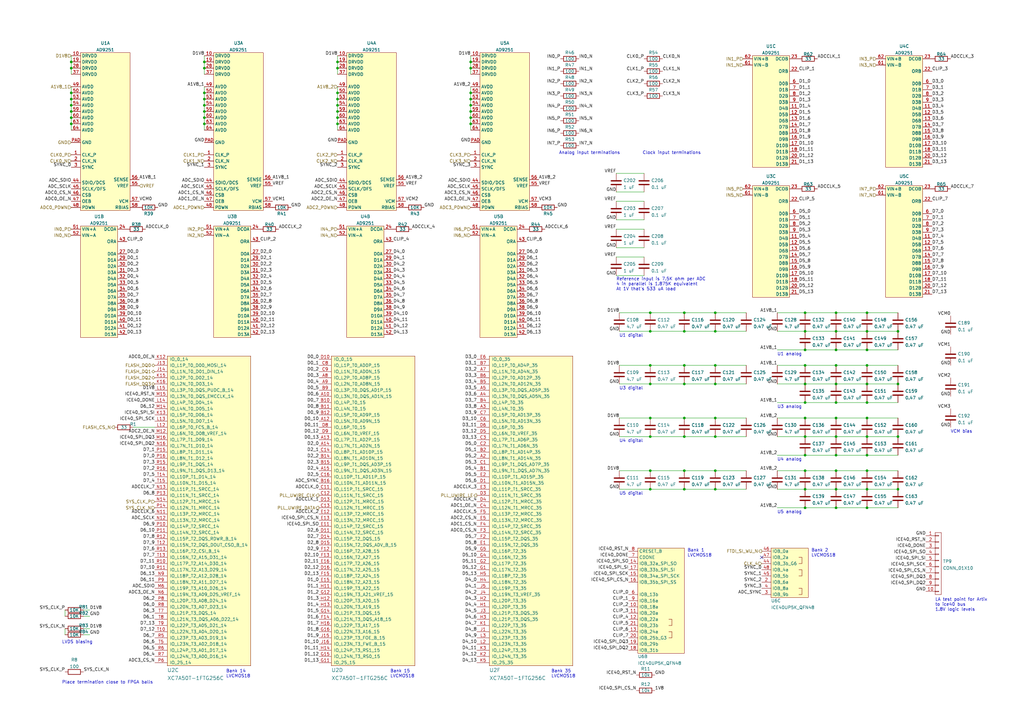
<source format=kicad_sch>
(kicad_sch (version 20211123) (generator eeschema)
  (paper "A3")
  (title_block (title "Digitizer board") (date "2023-01-31") (rev "0.1") (company "A. Zonenberg"))
  (junction (at 266.7 179.07))
  (junction (at 342.9 165.1))
  (junction (at 193.04 38.1))
  (junction (at 330.2 179.07))
  (junction (at 355.6 171.45))
  (junction (at 355.6 128.27))
  (junction (at 193.04 50.8))
  (junction (at 330.2 200.66))
  (junction (at 330.2 135.89))
  (junction (at 29.21 40.64))
  (junction (at 83.82 38.1))
  (junction (at 29.21 25.4))
  (junction (at 280.67 193.04))
  (junction (at 293.37 179.07))
  (junction (at 355.6 200.66))
  (junction (at 330.2 171.45))
  (junction (at 138.43 27.94))
  (junction (at 138.43 40.64))
  (junction (at 355.6 143.51))
  (junction (at 29.21 38.1))
  (junction (at 293.37 171.45))
  (junction (at 29.21 50.8))
  (junction (at 330.2 193.04))
  (junction (at 330.2 208.28))
  (junction (at 342.9 149.86))
  (junction (at 193.04 43.18))
  (junction (at 29.21 43.18))
  (junction (at 138.43 38.1))
  (junction (at 83.82 25.4))
  (junction (at 266.7 135.89))
  (junction (at 280.67 135.89))
  (junction (at 330.2 149.86))
  (junction (at 280.67 149.86))
  (junction (at 342.9 128.27))
  (junction (at 293.37 193.04))
  (junction (at 266.7 149.86))
  (junction (at 293.37 200.66))
  (junction (at 83.82 48.26))
  (junction (at 266.7 128.27))
  (junction (at 293.37 149.86))
  (junction (at 29.21 45.72))
  (junction (at 138.43 48.26))
  (junction (at 83.82 45.72))
  (junction (at 266.7 157.48))
  (junction (at 330.2 165.1))
  (junction (at 83.82 50.8))
  (junction (at 293.37 135.89))
  (junction (at 355.6 165.1))
  (junction (at 342.9 179.07))
  (junction (at 330.2 157.48))
  (junction (at 193.04 45.72))
  (junction (at 266.7 200.66))
  (junction (at 193.04 40.64))
  (junction (at 355.6 179.07))
  (junction (at 83.82 27.94))
  (junction (at 280.67 128.27))
  (junction (at 355.6 149.86))
  (junction (at 368.3 179.07))
  (junction (at 193.04 27.94))
  (junction (at 193.04 48.26))
  (junction (at 280.67 157.48))
  (junction (at 83.82 40.64))
  (junction (at 368.3 135.89))
  (junction (at 138.43 25.4))
  (junction (at 342.9 157.48))
  (junction (at 342.9 186.69))
  (junction (at 280.67 179.07))
  (junction (at 342.9 171.45))
  (junction (at 368.3 157.48))
  (junction (at 342.9 208.28))
  (junction (at 29.21 27.94))
  (junction (at 330.2 143.51))
  (junction (at 368.3 200.66))
  (junction (at 330.2 128.27))
  (junction (at 355.6 186.69))
  (junction (at 293.37 157.48))
  (junction (at 280.67 200.66))
  (junction (at 266.7 193.04))
  (junction (at 355.6 157.48))
  (junction (at 193.04 25.4))
  (junction (at 138.43 45.72))
  (junction (at 342.9 143.51))
  (junction (at 342.9 193.04))
  (junction (at 29.21 48.26))
  (junction (at 83.82 43.18))
  (junction (at 342.9 200.66))
  (junction (at 330.2 186.69))
  (junction (at 280.67 171.45))
  (junction (at 355.6 135.89))
  (junction (at 138.43 43.18))
  (junction (at 355.6 193.04))
  (junction (at 342.9 135.89))
  (junction (at 266.7 171.45))
  (junction (at 293.37 128.27))
  (junction (at 138.43 50.8))
  (junction (at 355.6 208.28))
  (no_connect (at 312.42 228.6))
  (wire (pts (xy 254 149.86) (xy 266.7 149.86)))
  (wire (pts (xy 355.6 193.04) (xy 368.3 193.04)))
  (wire (pts (xy 342.9 143.51) (xy 355.6 143.51)))
  (wire (pts (xy 342.9 186.69) (xy 355.6 186.69)))
  (wire (pts (xy 138.43 50.8) (xy 138.43 53.34)))
  (wire (pts (xy 330.2 165.1) (xy 342.9 165.1)))
  (wire (pts (xy 293.37 179.07) (xy 306.07 179.07)))
  (wire (pts (xy 29.21 40.64) (xy 29.21 43.18)))
  (wire (pts (xy 280.67 135.89) (xy 293.37 135.89)))
  (wire (pts (xy 252.73 78.74) (xy 264.16 78.74)))
  (wire (pts (xy 342.9 179.07) (xy 355.6 179.07)))
  (wire (pts (xy 138.43 22.86) (xy 138.43 25.4)))
  (wire (pts (xy 330.2 171.45) (xy 342.9 171.45)))
  (wire (pts (xy 34.29 260.35) (xy 36.83 260.35)))
  (wire (pts (xy 280.67 149.86) (xy 293.37 149.86)))
  (wire (pts (xy 193.04 45.72) (xy 193.04 48.26)))
  (wire (pts (xy 34.29 252.73) (xy 36.83 252.73)))
  (wire (pts (xy 254 200.66) (xy 266.7 200.66)))
  (wire (pts (xy 266.7 179.07) (xy 280.67 179.07)))
  (wire (pts (xy 266.7 135.89) (xy 280.67 135.89)))
  (wire (pts (xy 138.43 25.4) (xy 138.43 27.94)))
  (wire (pts (xy 83.82 45.72) (xy 83.82 48.26)))
  (wire (pts (xy 280.67 179.07) (xy 293.37 179.07)))
  (wire (pts (xy 318.77 179.07) (xy 330.2 179.07)))
  (wire (pts (xy 83.82 43.18) (xy 83.82 45.72)))
  (wire (pts (xy 280.67 193.04) (xy 293.37 193.04)))
  (wire (pts (xy 280.67 157.48) (xy 293.37 157.48)))
  (wire (pts (xy 29.21 27.94) (xy 29.21 30.48)))
  (wire (pts (xy 342.9 135.89) (xy 355.6 135.89)))
  (wire (pts (xy 138.43 43.18) (xy 138.43 45.72)))
  (wire (pts (xy 280.67 128.27) (xy 293.37 128.27)))
  (wire (pts (xy 318.77 208.28) (xy 330.2 208.28)))
  (wire (pts (xy 342.9 157.48) (xy 355.6 157.48)))
  (wire (pts (xy 293.37 193.04) (xy 306.07 193.04)))
  (wire (pts (xy 266.7 200.66) (xy 280.67 200.66)))
  (wire (pts (xy 254 171.45) (xy 266.7 171.45)))
  (wire (pts (xy 330.2 157.48) (xy 342.9 157.48)))
  (wire (pts (xy 83.82 27.94) (xy 83.82 30.48)))
  (wire (pts (xy 83.82 38.1) (xy 83.82 40.64)))
  (wire (pts (xy 293.37 135.89) (xy 306.07 135.89)))
  (wire (pts (xy 193.04 48.26) (xy 193.04 50.8)))
  (wire (pts (xy 318.77 157.48) (xy 330.2 157.48)))
  (wire (pts (xy 29.21 43.18) (xy 29.21 45.72)))
  (wire (pts (xy 318.77 193.04) (xy 330.2 193.04)))
  (wire (pts (xy 254 135.89) (xy 266.7 135.89)))
  (wire (pts (xy 254 157.48) (xy 266.7 157.48)))
  (wire (pts (xy 330.2 128.27) (xy 342.9 128.27)))
  (wire (pts (xy 252.73 113.03) (xy 264.16 113.03)))
  (wire (pts (xy 83.82 40.64) (xy 83.82 43.18)))
  (wire (pts (xy 252.73 105.41) (xy 264.16 105.41)))
  (wire (pts (xy 293.37 200.66) (xy 306.07 200.66)))
  (wire (pts (xy 355.6 157.48) (xy 368.3 157.48)))
  (wire (pts (xy 252.73 71.12) (xy 264.16 71.12)))
  (wire (pts (xy 138.43 40.64) (xy 138.43 43.18)))
  (wire (pts (xy 318.77 128.27) (xy 330.2 128.27)))
  (wire (pts (xy 266.7 171.45) (xy 280.67 171.45)))
  (wire (pts (xy 83.82 25.4) (xy 83.82 27.94)))
  (wire (pts (xy 355.6 149.86) (xy 368.3 149.86)))
  (wire (pts (xy 342.9 149.86) (xy 355.6 149.86)))
  (wire (pts (xy 193.04 40.64) (xy 193.04 43.18)))
  (wire (pts (xy 138.43 48.26) (xy 138.43 50.8)))
  (wire (pts (xy 330.2 200.66) (xy 342.9 200.66)))
  (wire (pts (xy 193.04 43.18) (xy 193.04 45.72)))
  (wire (pts (xy 355.6 186.69) (xy 368.3 186.69)))
  (wire (pts (xy 342.9 165.1) (xy 355.6 165.1)))
  (wire (pts (xy 29.21 38.1) (xy 29.21 40.64)))
  (wire (pts (xy 330.2 135.89) (xy 342.9 135.89)))
  (wire (pts (xy 254 128.27) (xy 266.7 128.27)))
  (wire (pts (xy 29.21 22.86) (xy 29.21 25.4)))
  (wire (pts (xy 330.2 179.07) (xy 342.9 179.07)))
  (wire (pts (xy 355.6 128.27) (xy 368.3 128.27)))
  (wire (pts (xy 138.43 38.1) (xy 138.43 40.64)))
  (wire (pts (xy 252.73 101.6) (xy 264.16 101.6)))
  (wire (pts (xy 29.21 35.56) (xy 29.21 38.1)))
  (wire (pts (xy 342.9 193.04) (xy 355.6 193.04)))
  (wire (pts (xy 29.21 25.4) (xy 29.21 27.94)))
  (wire (pts (xy 29.21 48.26) (xy 29.21 50.8)))
  (wire (pts (xy 193.04 27.94) (xy 193.04 30.48)))
  (wire (pts (xy 34.29 257.81) (xy 36.83 257.81)))
  (wire (pts (xy 83.82 50.8) (xy 83.82 53.34)))
  (wire (pts (xy 318.77 149.86) (xy 330.2 149.86)))
  (wire (pts (xy 318.77 165.1) (xy 330.2 165.1)))
  (wire (pts (xy 318.77 186.69) (xy 330.2 186.69)))
  (wire (pts (xy 342.9 128.27) (xy 355.6 128.27)))
  (wire (pts (xy 355.6 143.51) (xy 368.3 143.51)))
  (wire (pts (xy 193.04 38.1) (xy 193.04 40.64)))
  (wire (pts (xy 318.77 135.89) (xy 330.2 135.89)))
  (wire (pts (xy 355.6 135.89) (xy 368.3 135.89)))
  (wire (pts (xy 293.37 171.45) (xy 306.07 171.45)))
  (wire (pts (xy 252.73 82.55) (xy 264.16 82.55)))
  (wire (pts (xy 266.7 157.48) (xy 280.67 157.48)))
  (wire (pts (xy 138.43 27.94) (xy 138.43 30.48)))
  (wire (pts (xy 280.67 200.66) (xy 293.37 200.66)))
  (wire (pts (xy 54.61 175.26) (xy 63.5 175.26)))
  (wire (pts (xy 293.37 128.27) (xy 306.07 128.27)))
  (wire (pts (xy 330.2 208.28) (xy 342.9 208.28)))
  (wire (pts (xy 293.37 149.86) (xy 306.07 149.86)))
  (wire (pts (xy 254 193.04) (xy 266.7 193.04)))
  (wire (pts (xy 318.77 200.66) (xy 330.2 200.66)))
  (wire (pts (xy 355.6 171.45) (xy 368.3 171.45)))
  (wire (pts (xy 252.73 90.17) (xy 264.16 90.17)))
  (wire (pts (xy 293.37 157.48) (xy 306.07 157.48)))
  (wire (pts (xy 193.04 50.8) (xy 193.04 53.34)))
  (wire (pts (xy 355.6 179.07) (xy 368.3 179.07)))
  (wire (pts (xy 29.21 50.8) (xy 29.21 53.34)))
  (wire (pts (xy 342.9 208.28) (xy 355.6 208.28)))
  (wire (pts (xy 252.73 93.98) (xy 264.16 93.98)))
  (wire (pts (xy 266.7 149.86) (xy 280.67 149.86)))
  (wire (pts (xy 266.7 128.27) (xy 280.67 128.27)))
  (wire (pts (xy 138.43 35.56) (xy 138.43 38.1)))
  (wire (pts (xy 193.04 25.4) (xy 193.04 27.94)))
  (wire (pts (xy 26.67 250.19) (xy 26.67 252.73)))
  (wire (pts (xy 330.2 149.86) (xy 342.9 149.86)))
  (wire (pts (xy 34.29 250.19) (xy 36.83 250.19)))
  (wire (pts (xy 280.67 171.45) (xy 293.37 171.45)))
  (wire (pts (xy 193.04 35.56) (xy 193.04 38.1)))
  (wire (pts (xy 83.82 48.26) (xy 83.82 50.8)))
  (wire (pts (xy 355.6 208.28) (xy 368.3 208.28)))
  (wire (pts (xy 138.43 45.72) (xy 138.43 48.26)))
  (wire (pts (xy 355.6 165.1) (xy 368.3 165.1)))
  (wire (pts (xy 330.2 143.51) (xy 342.9 143.51)))
  (wire (pts (xy 26.67 257.81) (xy 26.67 260.35)))
  (wire (pts (xy 355.6 200.66) (xy 368.3 200.66)))
  (wire (pts (xy 342.9 171.45) (xy 355.6 171.45)))
  (wire (pts (xy 318.77 171.45) (xy 330.2 171.45)))
  (wire (pts (xy 330.2 186.69) (xy 342.9 186.69)))
  (wire (pts (xy 330.2 193.04) (xy 342.9 193.04)))
  (wire (pts (xy 83.82 35.56) (xy 83.82 38.1)))
  (wire (pts (xy 29.21 45.72) (xy 29.21 48.26)))
  (wire (pts (xy 83.82 22.86) (xy 83.82 25.4)))
  (wire (pts (xy 254 179.07) (xy 266.7 179.07)))
  (wire (pts (xy 193.04 22.86) (xy 193.04 25.4)))
  (wire (pts (xy 266.7 193.04) (xy 280.67 193.04)))
  (wire (pts (xy 342.9 200.66) (xy 355.6 200.66)))
  (wire (pts (xy 318.77 143.51) (xy 330.2 143.51)))
  (text "Bank 35\nLVCMOS18" (at 226.06 278.13 0) (effects (font (size 1.27 1.27)) (justify left bottom)))
  (text "U5 analog" (at 318.77 210.82 0) (effects (font (size 1.27 1.27)) (justify left bottom)))
  (text "Bank 15\nLVCMOS18" (at 160.02 278.13 0) (effects (font (size 1.27 1.27)) (justify left bottom)))
  (text "LVDS biasing" (at 25.4 264.16 0) (effects (font (size 1.27 1.27)) (justify left bottom)))
  (text "Bank 2\nLVCMOS18" (at 332.74 228.6 0) (effects (font (size 1.27 1.27)) (justify left bottom)))
  (text "Bank 14\nLVCMOS18" (at 92.71 278.13 0) (effects (font (size 1.27 1.27)) (justify left bottom)))
  (text "U4 analog" (at 318.77 189.23 0) (effects (font (size 1.27 1.27)) (justify left bottom)))
  (text "U4 digital" (at 254 181.61 0) (effects (font (size 1.27 1.27)) (justify left bottom)))
  (text "Analog input terminations" (at 229.235 63.5 0) (effects (font (size 1.27 1.27)) (justify left bottom)))
  (text "Clock input terminations" (at 263.525 63.5 0) (effects (font (size 1.27 1.27)) (justify left bottom)))
  (text "Bank 1\nLVCMOS18" (at 281.94 228.6 0) (effects (font (size 1.27 1.27)) (justify left bottom)))
  (text "Place termination close to FPGA balls" (at 25.4 280.67 0) (effects (font (size 1.27 1.27)) (justify left bottom)))
  (text "VCM bias" (at 389.89 177.8 0) (effects (font (size 1.27 1.27)) (justify left bottom)))
  (text "U3 analog" (at 318.77 167.64 0) (effects (font (size 1.27 1.27)) (justify left bottom)))
  (text "Reference input is 7.5K ohm per ADC\n4 in parallel is 1.875K equivalent\nAt 1V that's 533 uA load" (at 252.73 119.38 0) (effects (font (size 1.27 1.27)) (justify left bottom)))
  (text "LA test point for Artix\nto ice40 bus\n1.8V logic levels" (at 383.54 250.825 0) (effects (font (size 1.27 1.27)) (justify left bottom)))
  (text "U1 digital" (at 254 138.43 0) (effects (font (size 1.27 1.27)) (justify left bottom)))
  (text "U3 digital" (at 254 160.02 0) (effects (font (size 1.27 1.27)) (justify left bottom)))
  (text "U5 digital" (at 254 203.2 0) (effects (font (size 1.27 1.27)) (justify left bottom)))
  (text "U1 analog" (at 318.77 146.05 0) (effects (font (size 1.27 1.27)) (justify left bottom)))
  (label "CLK2_P" (at 264.16 34.29 180))
  (label "GND" (at 254 135.89 180))
  (label "D2_0" (at 130.81 182.88 180))
  (label "ICE40_DONE" (at 379.73 224.79 180))
  (label "ADC0_CS_N" (at 195.58 218.44 180))
  (label "ADCCLK_6" (at 63.5 210.82 180))
  (label "A1V8_2" (at 220.98 73.66 0))
  (label "SYNC_0" (at 312.42 233.68 180))
  (label "D3_11" (at 382.27 62.23 0))
  (label "ADCCLK_0" (at 59.69 93.98 0))
  (label "CLIP_1" (at 257.81 246.38 180))
  (label "D5_4" (at 327.66 97.79 0))
  (label "D1_3" (at 130.81 246.38 180))
  (label "GND" (at 228.6 85.09 0))
  (label "D6_9" (at 215.9 127 0))
  (label "GND" (at 318.77 179.07 180))
  (label "D2_5" (at 130.81 195.58 180))
  (label "GND" (at 138.43 58.42 180))
  (label "GND" (at 389.89 175.26 180))
  (label "D7_9" (at 382.27 110.49 0))
  (label "D3_10" (at 195.58 172.72 180))
  (label "VCM3" (at 220.98 82.55 0))
  (label "CLIP_3" (at 257.81 251.46 180))
  (label "D2_8" (at 130.81 223.52 180))
  (label "GND" (at 193.04 58.42 180))
  (label "D0_5" (at 52.07 116.84 0))
  (label "D0_2" (at 130.81 152.4 180))
  (label "ICE40_SPI_SCK" (at 379.73 232.41 180))
  (label "D5_1" (at 195.58 185.42 180))
  (label "D2_6" (at 130.81 218.44 180))
  (label "ADC1_CS_N" (at 195.58 215.9 180))
  (label "D4_9" (at 195.58 261.62 180))
  (label "IN0_N" (at 237.49 24.13 0))
  (label "D0_6" (at 130.81 162.56 180))
  (label "D6_1" (at 63.5 254 180))
  (label "D1_4" (at 130.81 248.92 180))
  (label "VCM3" (at 389.89 167.64 180))
  (label "D6_5" (at 215.9 116.84 0))
  (label "D5_3" (at 327.66 95.25 0))
  (label "CLIP_3" (at 382.27 29.21 0))
  (label "D0_8" (at 130.81 167.64 180))
  (label "ADC0_OE_N" (at 63.5 147.32 180))
  (label "D7_6" (at 382.27 102.87 0))
  (label "SYNC_0" (at 29.21 68.58 180))
  (label "D4_2" (at 161.29 109.22 0))
  (label "ICE40_SPI_DQ3" (at 379.73 237.49 180))
  (label "CLIP_7" (at 382.27 82.55 0))
  (label "GND" (at 389.89 149.86 180))
  (label "D5_5" (at 327.66 100.33 0))
  (label "D0_4" (at 52.07 114.3 0))
  (label "D7_10" (at 63.5 233.68 180))
  (label "D3_2" (at 195.58 152.4 180))
  (label "A1V8_2" (at 166.37 73.66 0))
  (label "D0_9" (at 130.81 170.18 180))
  (label "D0_10" (at 52.07 129.54 0))
  (label "ADC_SCLK" (at 83.82 77.47 180))
  (label "D0_13" (at 130.81 180.34 180))
  (label "GND" (at 36.83 252.73 0))
  (label "D1_0" (at 130.81 238.76 180))
  (label "VREF" (at 252.73 105.41 180))
  (label "VCM1" (at 389.89 142.24 180))
  (label "D3_1" (at 382.27 36.83 0))
  (label "SYS_CLK_P" (at 26.67 250.19 180))
  (label "D2_9" (at 106.68 127 0))
  (label "D2_12" (at 130.81 233.68 180))
  (label "D2_6" (at 106.68 119.38 0))
  (label "D0_11" (at 52.07 132.08 0))
  (label "ADC2_OE_N" (at 138.43 82.55 180))
  (label "CLIP_1" (at 327.66 29.21 0))
  (label "D6_6" (at 215.9 119.38 0))
  (label "1V8" (at 268.605 283.21 0))
  (label "ADC0_OE_N" (at 29.21 82.55 180))
  (label "D0_6" (at 52.07 119.38 0))
  (label "ADCCLK_2" (at 130.81 210.82 180))
  (label "D6_2" (at 215.9 109.22 0))
  (label "A1V8_1" (at 318.77 128.27 180))
  (label "D3_7" (at 195.58 165.1 180))
  (label "D7_2" (at 382.27 92.71 0))
  (label "GND" (at 252.73 78.74 180))
  (label "D0_7" (at 130.81 165.1 180))
  (label "SYS_CLK_N" (at 34.29 275.59 0))
  (label "D2_2" (at 130.81 187.96 180))
  (label "ADCCLK_0" (at 130.81 200.66 180))
  (label "GND" (at 254 200.66 180))
  (label "D4_9" (at 161.29 127 0))
  (label "D5_11" (at 195.58 231.14 180))
  (label "GND" (at 379.73 242.57 180))
  (label "D4_5" (at 161.29 116.84 0))
  (label "D6_11" (at 215.9 132.08 0))
  (label "SYNC_1" (at 312.42 236.22 180))
  (label "CLK0_N" (at 271.78 24.13 0))
  (label "D3_5" (at 195.58 160.02 180))
  (label "D5_13" (at 327.66 120.65 0))
  (label "VCM0" (at 57.15 82.55 0))
  (label "D1_1" (at 327.66 36.83 0))
  (label "ICE40_SPI_DQ3" (at 257.81 264.16 180))
  (label "D5_9" (at 195.58 226.06 180))
  (label "D2_1" (at 106.68 106.68 0))
  (label "D4_7" (at 161.29 121.92 0))
  (label "VREF" (at 111.76 76.2 0))
  (label "IN3_N" (at 237.49 39.37 0))
  (label "D1_4" (at 327.66 44.45 0))
  (label "ICE40_SPI_SO" (at 379.73 227.33 180))
  (label "GND" (at 83.82 58.42 180))
  (label "D7_3" (at 382.27 95.25 0))
  (label "D0_11" (at 130.81 175.26 180))
  (label "D7_8" (at 382.27 107.95 0))
  (label "D7_7" (at 63.5 228.6 180))
  (label "A1V8_1" (at 318.77 149.86 180))
  (label "D2_4" (at 130.81 193.04 180))
  (label "D4_3" (at 195.58 246.38 180))
  (label "D0_9" (at 52.07 127 0))
  (label "D1_8" (at 130.81 259.08 180))
  (label "A1V8_2" (at 318.77 171.45 180))
  (label "D7_5" (at 63.5 195.58 180))
  (label "GND" (at 318.77 200.66 180))
  (label "IN2_N" (at 237.49 34.29 0))
  (label "A1V8_2" (at 193.04 35.56 180))
  (label "VREF" (at 252.73 93.98 180))
  (label "D4_5" (at 195.58 251.46 180))
  (label "D0_1" (at 130.81 149.86 180))
  (label "D0_7" (at 52.07 121.92 0))
  (label "ICE40_SPI_SI" (at 379.73 229.87 180))
  (label "GND" (at 389.89 162.56 180))
  (label "D1_1" (at 130.81 241.3 180))
  (label "D1_2" (at 327.66 39.37 0))
  (label "D2_10" (at 130.81 228.6 180))
  (label "ADC0_CS_N" (at 29.21 80.01 180))
  (label "D6_9" (at 63.5 215.9 180))
  (label "D4_3" (at 161.29 111.76 0))
  (label "D2_10" (at 106.68 129.54 0))
  (label "D4_12" (at 195.58 269.24 180))
  (label "D6_4" (at 215.9 114.3 0))
  (label "D4_8" (at 195.58 259.08 180))
  (label "A1V8_1" (at 318.77 165.1 180))
  (label "GND" (at 252.73 101.6 180))
  (label "ICE40_SPI_CS_N" (at 379.73 234.95 180))
  (label "D7_4" (at 63.5 198.12 180))
  (label "D1V8" (at 193.04 22.86 180))
  (label "D6_3" (at 215.9 111.76 0))
  (label "D6_4" (at 63.5 269.24 180))
  (label "IN1_P" (at 229.87 29.21 180))
  (label "D1_6" (at 130.81 254 180))
  (label "D5_6" (at 327.66 102.87 0))
  (label "CLK0_P" (at 264.16 24.13 180))
  (label "D0_0" (at 130.81 147.32 180))
  (label "ICE40_SPI_SO" (at 130.81 215.9 180))
  (label "CLIP_5" (at 327.66 82.55 0))
  (label "ADC_SDIO" (at 29.21 74.93 180))
  (label "D6_13" (at 215.9 137.16 0))
  (label "ADC2_OE_N" (at 63.5 177.8 180))
  (label "D7_0" (at 63.5 187.96 180))
  (label "D3_8" (at 195.58 167.64 180))
  (label "D7_10" (at 382.27 113.03 0))
  (label "D7_5" (at 382.27 100.33 0))
  (label "D7_11" (at 382.27 115.57 0))
  (label "D1_12" (at 327.66 64.77 0))
  (label "ADC_SCLK" (at 29.21 77.47 180))
  (label "IN2_P" (at 229.87 34.29 180))
  (label "D5_3" (at 195.58 190.5 180))
  (label "D3_6" (at 382.27 49.53 0))
  (label "D4_1" (at 161.29 106.68 0))
  (label "CLIP_7" (at 257.81 261.62 180))
  (label "D6_2" (at 63.5 246.38 180))
  (label "D4_8" (at 161.29 124.46 0))
  (label "D2_11" (at 106.68 132.08 0))
  (label "ICE40_RST_N" (at 260.985 276.86 180))
  (label "D3_0" (at 382.27 34.29 0))
  (label "ADCCLK_7" (at 389.89 77.47 0))
  (label "A1V8_1" (at 83.82 35.56 180))
  (label "D3_7" (at 382.27 52.07 0))
  (label "SYS_CLK_P" (at 26.67 275.59 180))
  (label "D2_3" (at 106.68 111.76 0))
  (label "ICE40_SPI_SI" (at 63.5 170.18 180))
  (label "ADC_SDIO" (at 63.5 241.3 180))
  (label "D5_4" (at 195.58 193.04 180))
  (label "D6_0" (at 63.5 248.92 180))
  (label "D7_0" (at 382.27 87.63 0))
  (label "D4_13" (at 195.58 271.78 180))
  (label "D2_1" (at 130.81 185.42 180))
  (label "ADC3_CS_N" (at 63.5 271.78 180))
  (label "D1V8" (at 63.5 160.02 180))
  (label "D4_13" (at 161.29 137.16 0))
  (label "D1V8" (at 254 193.04 180))
  (label "D7_3" (at 63.5 190.5 180))
  (label "D3_11" (at 195.58 175.26 180))
  (label "D0_13" (at 52.07 137.16 0))
  (label "D2_8" (at 106.68 124.46 0))
  (label "D7_6" (at 63.5 226.06 180))
  (label "VREF" (at 166.37 76.2 0))
  (label "CLIP_4" (at 257.81 254 180))
  (label "VCM0" (at 389.89 129.54 180))
  (label "D3_4" (at 382.27 44.45 0))
  (label "ICE40_SPI_SI" (at 257.81 233.68 180))
  (label "D0_8" (at 52.07 124.46 0))
  (label "ADC_SDIO" (at 83.82 74.93 180))
  (label "CLK2_N" (at 271.78 34.29 0))
  (label "D6_7" (at 63.5 261.62 180))
  (label "D3_2" (at 382.27 39.37 0))
  (label "D3_9" (at 382.27 57.15 0))
  (label "D1_5" (at 327.66 46.99 0))
  (label "D6_6" (at 63.5 264.16 180))
  (label "D1_12" (at 130.81 269.24 180))
  (label "CLIP_0" (at 257.81 243.84 180))
  (label "D6_1" (at 215.9 106.68 0))
  (label "VREF" (at 252.73 82.55 180))
  (label "D1V8" (at 36.83 257.81 0))
  (label "D4_0" (at 161.29 104.14 0))
  (label "SYNC_3" (at 193.04 68.58 180))
  (label "D2_0" (at 106.68 104.14 0))
  (label "D3_8" (at 382.27 54.61 0))
  (label "D7_8" (at 63.5 220.98 180))
  (label "ADCCLK_3" (at 389.89 24.13 0))
  (label "D1V8" (at 254 149.86 180))
  (label "D3_9" (at 195.58 170.18 180))
  (label "D4_4" (at 195.58 248.92 180))
  (label "D0_10" (at 130.81 172.72 180))
  (label "D2_2" (at 106.68 109.22 0))
  (label "D3_13" (at 195.58 180.34 180))
  (label "D4_12" (at 161.29 134.62 0))
  (label "D4_10" (at 195.58 264.16 180))
  (label "A1V8_1" (at 111.76 73.66 0))
  (label "D1V8" (at 254 128.27 180))
  (label "D4_2" (at 195.58 243.84 180))
  (label "ADCCLK_4" (at 168.91 93.98 0))
  (label "VCM2" (at 166.37 82.55 0))
  (label "D5_2" (at 195.58 187.96 180))
  (label "D3_1" (at 195.58 149.86 180))
  (label "D2_13" (at 130.81 236.22 180))
  (label "D1_9" (at 327.66 57.15 0))
  (label "D6_10" (at 215.9 129.54 0))
  (label "D7_13" (at 382.27 120.65 0))
  (label "D4_7" (at 195.58 256.54 180))
  (label "D7_12" (at 382.27 118.11 0))
  (label "D1_13" (at 327.66 67.31 0))
  (label "IN7_N" (at 237.49 59.69 0))
  (label "D5_10" (at 327.66 113.03 0))
  (label "ICE40_SPI_SO" (at 257.81 231.14 180))
  (label "ICE40_SPI_DQ2" (at 257.81 266.7 180))
  (label "D1V8" (at 138.43 22.86 180))
  (label "ADCCLK_5" (at 335.28 77.47 0))
  (label "A1V8_2" (at 318.77 193.04 180))
  (label "D6_0" (at 215.9 104.14 0))
  (label "D6_12" (at 215.9 134.62 0))
  (label "ADCCLK_6" (at 223.52 93.98 0))
  (label "D4_1" (at 195.58 241.3 180))
  (label "D1V8" (at 36.83 250.19 0))
  (label "D0_5" (at 130.81 160.02 180))
  (label "ICE40_DONE" (at 257.81 228.6 180))
  (label "ADC_SDIO" (at 193.04 74.93 180))
  (label "D4_6" (at 161.29 119.38 0))
  (label "D4_11" (at 161.29 132.08 0))
  (label "D6_7" (at 215.9 121.92 0))
  (label "ADCCLK_1" (at 335.28 24.13 0))
  (label "D2_11" (at 130.81 231.14 180))
  (label "D5_11" (at 327.66 115.57 0))
  (label "D2_9" (at 130.81 226.06 180))
  (label "ADC3_OE_N" (at 63.5 243.84 180))
  (label "D1_11" (at 327.66 62.23 0))
  (label "ICE40_SPI_CS_N" (at 130.81 213.36 180))
  (label "D2_5" (at 106.68 116.84 0))
  (label "CLIP_5" (at 257.81 256.54 180))
  (label "D0_3" (at 130.81 154.94 180))
  (label "ADC2_CS_N" (at 138.43 80.01 180))
  (label "D5_0" (at 195.58 182.88 180))
  (label "CLIP_2" (at 257.81 248.92 180))
  (label "GND" (at 252.73 113.03 180))
  (label "D0_12" (at 52.07 134.62 0))
  (label "D2_4" (at 106.68 114.3 0))
  (label "ADCCLK_7" (at 63.5 200.66 180))
  (label "ICE40_RST_N" (at 63.5 162.56 180))
  (label "VCM1" (at 111.76 82.55 0))
  (label "D6_5" (at 63.5 266.7 180))
  (label "GND" (at 254 157.48 180))
  (label "D6_12" (at 63.5 167.64 180))
  (label "D3_5" (at 382.27 46.99 0))
  (label "D2_13" (at 106.68 137.16 0))
  (label "ADCCLK_4" (at 195.58 205.74 180))
  (label "D0_12" (at 130.81 177.8 180))
  (label "CLIP_2" (at 106.68 99.06 0))
  (label "ADCCLK_2" (at 114.3 93.98 0))
  (label "D0_0" (at 52.07 104.14 0))
  (label "D1_13" (at 130.81 271.78 180))
  (label "ADCCLK_5" (at 195.58 210.82 180))
  (label "CLK1_P" (at 264.16 29.21 180))
  (label "D3_3" (at 195.58 154.94 180))
  (label "D3_6" (at 195.58 162.56 180))
  (label "GND" (at 254 179.07 180))
  (label "D1_11" (at 130.81 266.7 180))
  (label "IN1_N" (at 237.49 29.21 0))
  (label "D1_9" (at 130.81 261.62 180))
  (label "D2_12" (at 106.68 134.62 0))
  (label "D4_11" (at 195.58 266.7 180))
  (label "D3_13" (at 382.27 67.31 0))
  (label "D4_0" (at 195.58 238.76 180))
  (label "ADC_SCLK" (at 193.04 77.47 180))
  (label "D2_7" (at 130.81 220.98 180))
  (label "ICE40_SPI_DQ2" (at 63.5 182.88 180))
  (label "D3_10" (at 382.27 59.69 0))
  (label "D7_2" (at 63.5 193.04 180))
  (label "GND" (at 389.89 137.16 180))
  (label "GND" (at 119.38 85.09 0))
  (label "D1_0" (at 327.66 34.29 0))
  (label "IN5_N" (at 237.49 49.53 0))
  (label "A1V8_2" (at 318.77 186.69 180))
  (label "D5_12" (at 195.58 233.68 180))
  (label "D4_10" (at 161.29 129.54 0))
  (label "CLK1_N" (at 271.78 29.21 0))
  (label "D7_1" (at 63.5 185.42 180))
  (label "A1V8_2" (at 318.77 208.28 180))
  (label "D1_3" (at 327.66 41.91 0))
  (label "D3_4" (at 195.58 157.48 180))
  (label "ADC3_OE_N" (at 193.04 82.55 180))
  (label "A1V8_1" (at 57.15 73.66 0))
  (label "D4_4" (at 161.29 114.3 0))
  (label "D6_10" (at 63.5 218.44 180))
  (label "D5_7" (at 195.58 220.98 180))
  (label "ADC_SDIO" (at 138.43 74.93 180))
  (label "SYNC_1" (at 83.82 68.58 180))
  (label "CLIP_0" (at 52.07 99.06 0))
  (label "ADC_SYNC" (at 312.42 243.84 180))
  (label "D1_7" (at 327.66 52.07 0))
  (label "D1_8" (at 327.66 54.61 0))
  (label "ADC_SCLK" (at 63.5 213.36 180))
  (label "D1_10" (at 327.66 59.69 0))
  (label "D5_7" (at 327.66 105.41 0))
  (label "ICE40_SPI_SCK" (at 257.81 236.22 180))
  (label "D7_7" (at 382.27 105.41 0))
  (label "D1_6" (at 327.66 49.53 0))
  (label "CLK3_N" (at 271.78 39.37 0))
  (label "IN4_P" (at 229.87 44.45 180))
  (label "ADC2_CS_N" (at 195.58 213.36 180))
  (label "ICE40_SPI_CS_N" (at 257.81 238.76 180))
  (label "D5_2" (at 327.66 92.71 0))
  (label "GND" (at 268.605 276.86 0))
  (label "GND" (at 36.83 260.35 0))
  (label "D5_6" (at 195.58 198.12 180))
  (label "D5_0" (at 327.66 87.63 0))
  (label "D5_8" (at 327.66 107.95 0))
  (label "D2_3" (at 130.81 190.5 180))
  (label "D5_10" (at 195.58 228.6 180))
  (label "D5_1" (at 327.66 90.17 0))
  (label "D5_12" (at 327.66 118.11 0))
  (label "VREF" (at 252.73 71.12 180))
  (label "D1_7" (at 130.81 256.54 180))
  (label "D6_11" (at 63.5 238.76 180))
  (label "GND" (at 379.73 219.71 180))
  (label "D5_8" (at 195.58 223.52 180))
  (label "ADC_SCLK" (at 138.43 77.47 180))
  (label "D7_12" (at 63.5 259.08 180))
  (label "ICE40_SPI_SCK" (at 63.5 172.72 180))
  (label "CLIP_4" (at 161.29 99.06 0))
  (label "ICE40_RST_N" (at 257.81 226.06 180))
  (label "CLIP_6" (at 257.81 259.08 180))
  (label "D0_4" (at 130.81 157.48 180))
  (label "D6_8" (at 215.9 124.46 0))
  (label "D7_1" (at 382.27 90.17 0))
  (label "D0_1" (at 52.07 106.68 0))
  (label "D1_5" (at 130.81 251.46 180))
  (label "GND" (at 318.77 157.48 180))
  (label "D1V8" (at 83.82 22.86 180))
  (label "D7_11" (at 63.5 231.14 180))
  (label "ADC1_OE_N" (at 195.58 208.28 180))
  (label "D3_12" (at 195.58 177.8 180))
  (label "D2_7" (at 106.68 121.92 0))
  (label "D3_0" (at 195.58 147.32 180))
  (label "D6_13" (at 63.5 236.22 180))
  (label "D7_13" (at 63.5 256.54 180))
  (label "D1_2" (at 130.81 243.84 180))
  (label "A1V8_1" (at 318.77 143.51 180))
  (label "IN5_P" (at 229.87 49.53 180))
  (label "D6_3" (at 63.5 251.46 180))
  (label "ICE40_DONE" (at 63.5 165.1 180))
  (label "D3_12" (at 382.27 64.77 0))
  (label "ADC1_OE_N" (at 83.82 82.55 180))
  (label "IN4_N" (at 237.49 44.45 0))
  (label "ADC_SYNC" (at 130.81 198.12 180))
  (label "ADC3_CS_N" (at 193.04 80.01 180))
  (label "D5_13" (at 195.58 236.22 180))
  (label "ICE40_SPI_DQ3" (at 63.5 180.34 180))
  (label "D5_9" (at 327.66 110.49 0))
  (label "GND" (at 318.77 135.89 180))
  (label "D5_5" (at 195.58 195.58 180))
  (label "ICE40_SPI_DQ2" (at 379.73 240.03 180))
  (label "SYS_CLK_N" (at 26.67 257.81 180))
  (label "GND" (at 252.73 90.17 180))
  (label "D0_3" (at 52.07 111.76 0))
  (label "D0_2" (at 52.07 109.22 0))
  (label "VREF" (at 220.98 76.2 0))
  (label "IN6_P" (at 229.87 54.61 180))
  (label "D3_3" (at 382.27 41.91 0))
  (label "IN6_N" (at 237.49 54.61 0))
  (label "GND" (at 173.99 85.09 0))
  (label "ADCCLK_1" (at 130.81 205.74 180))
  (label "VCM2" (at 389.89 154.94 180))
  (label "D1_10" (at 130.81 264.16 180))
  (label "IN7_P" (at 229.87 59.69 180))
  (label "SYNC_3" (at 312.42 241.3 180))
  (label "IN0_P" (at 229.87 24.13 180))
  (label "D7_9" (at 63.5 223.52 180))
  (label "D1V8" (at 254 171.45 180))
  (label "CLK3_P" (at 264.16 39.37 180))
  (label "ICE40_SPI_CS_N" (at 260.985 283.21 180))
  (label "SYNC_2" (at 138.43 68.58 180))
  (label "ADC1_CS_N" (at 83.82 80.01 180))
  (label "SYNC_2" (at 312.42 238.76 180))
  (label "CLIP_6" (at 215.9 99.06 0))
  (label "D4_6" (at 195.58 254 180))
  (label "IN3_P" (at 229.87 39.37 180))
  (label "D7_4" (at 382.27 97.79 0))
  (label "GND" (at 64.77 85.09 0))
  (label "D6_8" (at 63.5 203.2 180))
  (label "ICE40_RST_N" (at 379.73 222.25 180))
  (label "ADCCLK_3" (at 195.58 200.66 180))
  (hierarchical_label "FLASH_DQ3" (shape bidirectional) (at 63.5 157.48 180))
  (hierarchical_label "D1V8" (shape input) (at 29.21 22.86 180))
  (hierarchical_label "ADC0_PDWN" (shape input) (at 29.21 85.09 180))
  (hierarchical_label "CLK1_N" (shape input) (at 83.82 66.04 180))
  (hierarchical_label "FLASH_CS_N" (shape output) (at 46.99 175.26 180))
  (hierarchical_label "IN3_N" (shape input) (at 359.41 26.67 180))
  (hierarchical_label "IN1_P" (shape input) (at 304.8 24.13 180))
  (hierarchical_label "A1V8_1" (shape input) (at 29.21 35.56 180))
  (hierarchical_label "IN1_N" (shape input) (at 304.8 26.67 180))
  (hierarchical_label "IN4_N" (shape input) (at 138.43 96.52 180))
  (hierarchical_label "FLASH_DQ0" (shape bidirectional) (at 63.5 149.86 180))
  (hierarchical_label "CLK0_N" (shape input) (at 29.21 66.04 180))
  (hierarchical_label "IN0_N" (shape input) (at 29.21 96.52 180))
  (hierarchical_label "A1V8_2" (shape input) (at 138.43 35.56 180))
  (hierarchical_label "SYS_CLK_P" (shape input) (at 63.5 205.74 180))
  (hierarchical_label "CLK3_P" (shape input) (at 193.04 63.5 180))
  (hierarchical_label "CLK2_P" (shape input) (at 138.43 63.5 180))
  (hierarchical_label "CLK1_P" (shape input) (at 83.82 63.5 180))
  (hierarchical_label "IN3_P" (shape input) (at 359.41 24.13 180))
  (hierarchical_label "IN2_N" (shape input) (at 83.82 96.52 180))
  (hierarchical_label "IN4_P" (shape input) (at 138.43 93.98 180))
  (hierarchical_label "FLASH_DQ1" (shape bidirectional) (at 63.5 152.4 180))
  (hierarchical_label "IN7_P" (shape input) (at 359.41 77.47 180))
  (hierarchical_label "ADC1_PDWN" (shape input) (at 83.82 85.09 180))
  (hierarchical_label "SYS_CLK_N" (shape input) (at 63.5 208.28 180))
  (hierarchical_label "PLL_UWIRE_CLK" (shape output) (at 130.81 203.2 180))
  (hierarchical_label "CLK3_N" (shape input) (at 193.04 66.04 180))
  (hierarchical_label "ADC3_PDWN" (shape input) (at 193.04 85.09 180))
  (hierarchical_label "PLL_UWIRE_LE" (shape output) (at 195.58 203.2 180))
  (hierarchical_label "CLK_4" (shape input) (at 312.42 231.14 180))
  (hierarchical_label "IN5_P" (shape input) (at 304.8 77.47 180))
  (hierarchical_label "IN2_P" (shape input) (at 83.82 93.98 180))
  (hierarchical_label "IN7_N" (shape input) (at 359.41 80.01 180))
  (hierarchical_label "FLASH_DQ2" (shape bidirectional) (at 63.5 154.94 180))
  (hierarchical_label "GND" (shape input) (at 29.21 58.42 180))
  (hierarchical_label "IN0_P" (shape input) (at 29.21 93.98 180))
  (hierarchical_label "IN6_N" (shape input) (at 193.04 96.52 180))
  (hierarchical_label "IN5_N" (shape input) (at 304.8 80.01 180))
  (hierarchical_label "ADC2_PDWN" (shape input) (at 138.43 85.09 180))
  (hierarchical_label "FTDI_SI_WU_N" (shape output) (at 312.42 226.06 180))
  (hierarchical_label "IN6_P" (shape input) (at 193.04 93.98 180))
  (hierarchical_label "PLL_UWIRE_DATA" (shape output) (at 130.81 208.28 180))
  (hierarchical_label "CLK0_P" (shape input) (at 29.21 63.5 180))
  (hierarchical_label "CLK2_N" (shape input) (at 138.43 66.04 180))
  (hierarchical_label "VREF" (shape input) (at 57.15 76.2 0))
  (symbol (lib_id "lattice-azonenberg:ICE40UP5K_QFN48") (at 316.23 245.11 0) (unit 3)
    (property "Reference" "U6" (at 316.23 246.38 0) (effects (justify left)))
    (property "Value" "ICE40UP5K_QFN48" (at 316.23 249.1551 0) (effects (justify left)))
    (property "Footprint" "azonenberg_pcb:QFN_48_0.5MM_7x7MM" (effects hide))
  )
  (symbol (lib_id "device:R") (at 267.97 39.37 90) (unit 1)
    (property "Reference" "R57" (at 267.97 36.83 90))
    (property "Value" "100" (at 267.97 39.37 90))
    (property "Footprint" "azonenberg_pcb:EIA_0402_RES_NOSILK" (effects hide))
  )
  (symbol (lib_id "device:C") (at 252.73 86.36 0) (unit 1)
    (property "Reference" "C203" (at 255.651 85.4515 0) (effects (justify left)))
    (property "Value" "1 uF" (at 255.651 88.2266 0) (effects (justify left)))
    (property "Footprint" "azonenberg_pcb:EIA_0603_CAP_NOSILK" (effects hide))
  )
  (symbol (lib_id "device:C") (at 389.89 146.05 0) (unit 1)
    (property "Reference" "C190" (at 392.811 145.1415 0) (effects (justify left)))
    (property "Value" "0.1 uF" (at 392.811 147.9166 0) (effects (justify left)))
    (property "Footprint" "azonenberg_pcb:EIA_0402_CAP_NOSILK" (effects hide))
  )
  (symbol (lib_id "device:R") (at 264.795 276.86 90) (unit 1)
    (property "Reference" "R11" (at 264.795 274.32 90))
    (property "Value" "10k" (at 264.795 276.86 90))
    (property "Footprint" "azonenberg_pcb:EIA_0402_RES_NOSILK" (effects hide))
  )
  (symbol (lib_id "device:C") (at 318.77 132.08 0) (unit 1)
    (property "Reference" "C128" (at 321.691 131.1715 0) (effects (justify left)))
    (property "Value" "4.7 uF" (at 321.691 133.9466 0) (effects (justify left)))
    (property "Footprint" "azonenberg_pcb:EIA_0603_CAP_NOSILK" (effects hide))
  )
  (symbol (lib_id "device:C") (at 293.37 175.26 0) (unit 1)
    (property "Reference" "C122" (at 296.291 174.3515 0) (effects (justify left)))
    (property "Value" "0.47 uF" (at 296.291 177.1266 0) (effects (justify left)))
    (property "Footprint" "azonenberg_pcb:EIA_0402_CAP_NOSILK" (effects hide))
  )
  (symbol (lib_id "device:C") (at 306.07 196.85 0) (unit 1)
    (property "Reference" "C127" (at 308.991 195.9415 0) (effects (justify left)))
    (property "Value" "0.47 uF" (at 308.991 198.7166 0) (effects (justify left)))
    (property "Footprint" "azonenberg_pcb:EIA_0402_CAP_NOSILK" (effects hide))
  )
  (symbol (lib_id "device:C") (at 355.6 139.7 0) (unit 1)
    (property "Reference" "C149" (at 358.521 138.7915 0) (effects (justify left)))
    (property "Value" "0.47 uF" (at 358.521 141.5666 0) (effects (justify left)))
    (property "Footprint" "azonenberg_pcb:EIA_0402_CAP_NOSILK" (effects hide))
  )
  (symbol (lib_id "device:C") (at 355.6 204.47 0) (unit 1)
    (property "Reference" "C155" (at 358.521 203.5615 0) (effects (justify left)))
    (property "Value" "0.47 uF" (at 358.521 206.3366 0) (effects (justify left)))
    (property "Footprint" "azonenberg_pcb:EIA_0402_CAP_NOSILK" (effects hide))
  )
  (symbol (lib_id "device:R") (at 233.68 39.37 90) (unit 1)
    (property "Reference" "R49" (at 233.68 36.83 90))
    (property "Value" "100" (at 233.68 39.37 90))
    (property "Footprint" "azonenberg_pcb:EIA_0402_RES_NOSILK" (effects hide))
  )
  (symbol (lib_id "device:C") (at 280.67 196.85 0) (unit 1)
    (property "Reference" "C119" (at 283.591 195.9415 0) (effects (justify left)))
    (property "Value" "0.47 uF" (at 283.591 198.7166 0) (effects (justify left)))
    (property "Footprint" "azonenberg_pcb:EIA_0402_CAP_NOSILK" (effects hide))
  )
  (symbol (lib_id "analog-azonenberg:AD9251") (at 87.63 86.36 0) (unit 1)
    (property "Reference" "U3" (at 97.79 17.6743 0))
    (property "Value" "AD9251" (at 97.79 20.4494 0))
    (property "Footprint" "azonenberg_pcb:QFN_64_0.5MM_9x9MM" (effects hide))
  )
  (symbol (lib_id "analog-azonenberg:AD9251") (at 308.61 121.92 0) (unit 3)
    (property "Reference" "U3" (at 316.23 72.2843 0))
    (property "Value" "AD9251" (at 316.23 75.0594 0))
    (property "Footprint" "azonenberg_pcb:QFN_64_0.5MM_9x9MM" (effects hide))
  )
  (symbol (lib_id "analog-azonenberg:AD9251") (at 142.24 86.36 0) (unit 1)
    (property "Reference" "U4" (at 152.4 17.6743 0))
    (property "Value" "AD9251" (at 152.4 20.4494 0))
    (property "Footprint" "azonenberg_pcb:QFN_64_0.5MM_9x9MM" (effects hide))
  )
  (symbol (lib_id "device:C") (at 280.67 132.08 0) (unit 1)
    (property "Reference" "C116" (at 283.591 131.1715 0) (effects (justify left)))
    (property "Value" "0.47 uF" (at 283.591 133.9466 0) (effects (justify left)))
    (property "Footprint" "azonenberg_pcb:EIA_0402_CAP_NOSILK" (effects hide))
  )
  (symbol (lib_id "device:C") (at 342.9 204.47 0) (unit 1)
    (property "Reference" "C147" (at 345.821 203.5615 0) (effects (justify left)))
    (property "Value" "0.47 uF" (at 345.821 206.3366 0) (effects (justify left)))
    (property "Footprint" "azonenberg_pcb:EIA_0402_CAP_NOSILK" (effects hide))
  )
  (symbol (lib_id "device:R") (at 233.68 24.13 90) (unit 1)
    (property "Reference" "R46" (at 233.68 21.59 90))
    (property "Value" "100" (at 233.68 24.13 90))
    (property "Footprint" "azonenberg_pcb:EIA_0402_RES_NOSILK" (effects hide))
  )
  (symbol (lib_id "device:C") (at 293.37 153.67 0) (unit 1)
    (property "Reference" "C121" (at 296.291 152.7615 0) (effects (justify left)))
    (property "Value" "0.47 uF" (at 296.291 155.5366 0) (effects (justify left)))
    (property "Footprint" "azonenberg_pcb:EIA_0402_CAP_NOSILK" (effects hide))
  )
  (symbol (lib_id "device:C") (at 280.67 175.26 0) (unit 1)
    (property "Reference" "C118" (at 283.591 174.3515 0) (effects (justify left)))
    (property "Value" "0.47 uF" (at 283.591 177.1266 0) (effects (justify left)))
    (property "Footprint" "azonenberg_pcb:EIA_0402_CAP_NOSILK" (effects hide))
  )
  (symbol (lib_id "device:C") (at 264.16 74.93 0) (unit 1)
    (property "Reference" "C206" (at 267.081 74.0215 0) (effects (justify left)))
    (property "Value" "0.1 uF" (at 267.081 76.7966 0) (effects (justify left)))
    (property "Footprint" "azonenberg_pcb:EIA_0402_CAP_NOSILK" (effects hide))
  )
  (symbol (lib_id "analog-azonenberg:AD9251") (at 33.02 86.36 0) (unit 1)
    (property "Reference" "U1" (at 43.18 17.6743 0))
    (property "Value" "AD9251" (at 43.18 20.4494 0))
    (property "Footprint" "azonenberg_pcb:QFN_64_0.5MM_9x9MM" (effects hide))
  )
  (symbol (lib_id "device:C") (at 355.6 161.29 0) (unit 1)
    (property "Reference" "C151" (at 358.521 160.3815 0) (effects (justify left)))
    (property "Value" "0.47 uF" (at 358.521 163.1566 0) (effects (justify left)))
    (property "Footprint" "azonenberg_pcb:EIA_0402_CAP_NOSILK" (effects hide))
  )
  (symbol (lib_id "device:C") (at 355.6 182.88 0) (unit 1)
    (property "Reference" "C153" (at 358.521 181.9715 0) (effects (justify left)))
    (property "Value" "0.47 uF" (at 358.521 184.7466 0) (effects (justify left)))
    (property "Footprint" "azonenberg_pcb:EIA_0402_CAP_NOSILK" (effects hide))
  )
  (symbol (lib_id "analog-azonenberg:AD9251") (at 308.61 68.58 0) (unit 3)
    (property "Reference" "U1" (at 316.23 18.9443 0))
    (property "Value" "AD9251" (at 316.23 21.7194 0))
    (property "Footprint" "azonenberg_pcb:QFN_64_0.5MM_9x9MM" (effects hide))
  )
  (symbol (lib_id "device:C") (at 330.2 153.67 0) (unit 1)
    (property "Reference" "C134" (at 333.121 152.7615 0) (effects (justify left)))
    (property "Value" "0.47 uF" (at 333.121 155.5366 0) (effects (justify left)))
    (property "Footprint" "azonenberg_pcb:EIA_0402_CAP_NOSILK" (effects hide))
  )
  (symbol (lib_id "device:C") (at 254 132.08 0) (unit 1)
    (property "Reference" "C108" (at 256.921 131.1715 0) (effects (justify left)))
    (property "Value" "4.7 uF" (at 256.921 133.9466 0) (effects (justify left)))
    (property "Footprint" "azonenberg_pcb:EIA_0603_CAP_NOSILK" (effects hide))
  )
  (symbol (lib_id "device:C") (at 368.3 139.7 0) (unit 1)
    (property "Reference" "C157" (at 371.221 138.7915 0) (effects (justify left)))
    (property "Value" "0.47 uF" (at 371.221 141.5666 0) (effects (justify left)))
    (property "Footprint" "azonenberg_pcb:EIA_0402_CAP_NOSILK" (effects hide))
  )
  (symbol (lib_id "device:C") (at 368.3 132.08 0) (unit 1)
    (property "Reference" "C156" (at 371.221 131.1715 0) (effects (justify left)))
    (property "Value" "0.47 uF" (at 371.221 133.9466 0) (effects (justify left)))
    (property "Footprint" "azonenberg_pcb:EIA_0402_CAP_NOSILK" (effects hide))
  )
  (symbol (lib_id "device:C") (at 264.16 109.22 0) (unit 1)
    (property "Reference" "C209" (at 267.081 108.3115 0) (effects (justify left)))
    (property "Value" "0.1 uF" (at 267.081 111.0866 0) (effects (justify left)))
    (property "Footprint" "azonenberg_pcb:EIA_0402_CAP_NOSILK" (effects hide))
  )
  (symbol (lib_id "device:C") (at 342.9 182.88 0) (unit 1)
    (property "Reference" "C145" (at 345.821 181.9715 0) (effects (justify left)))
    (property "Value" "0.47 uF" (at 345.821 184.7466 0) (effects (justify left)))
    (property "Footprint" "azonenberg_pcb:EIA_0402_CAP_NOSILK" (effects hide))
  )
  (symbol (lib_id "device:R") (at 30.48 250.19 270) (unit 1)
    (property "Reference" "R81" (at 34.29 248.92 90))
    (property "Value" "10K" (at 30.48 250.19 90))
    (property "Footprint" "azonenberg_pcb:EIA_0402_RES_NOSILK" (effects hide))
  )
  (symbol (lib_id "device:C") (at 368.3 153.67 0) (unit 1)
    (property "Reference" "C158" (at 371.221 152.7615 0) (effects (justify left)))
    (property "Value" "0.47 uF" (at 371.221 155.5366 0) (effects (justify left)))
    (property "Footprint" "azonenberg_pcb:EIA_0402_CAP_NOSILK" (effects hide))
  )
  (symbol (lib_id "device:C") (at 368.3 204.47 0) (unit 1)
    (property "Reference" "C163" (at 371.221 203.5615 0) (effects (justify left)))
    (property "Value" "0.47 uF" (at 371.221 206.3366 0) (effects (justify left)))
    (property "Footprint" "azonenberg_pcb:EIA_0402_CAP_NOSILK" (effects hide))
  )
  (symbol (lib_id "device:C") (at 368.3 161.29 0) (unit 1)
    (property "Reference" "C159" (at 371.221 160.3815 0) (effects (justify left)))
    (property "Value" "0.47 uF" (at 371.221 163.1566 0) (effects (justify left)))
    (property "Footprint" "azonenberg_pcb:EIA_0402_CAP_NOSILK" (effects hide))
  )
  (symbol (lib_id "device:C") (at 389.89 133.35 0) (unit 1)
    (property "Reference" "C189" (at 392.811 132.4415 0) (effects (justify left)))
    (property "Value" "0.1 uF" (at 392.811 135.2166 0) (effects (justify left)))
    (property "Footprint" "azonenberg_pcb:EIA_0402_CAP_NOSILK" (effects hide))
  )
  (symbol (lib_id "device:C") (at 318.77 153.67 0) (unit 1)
    (property "Reference" "C129" (at 321.691 152.7615 0) (effects (justify left)))
    (property "Value" "4.7 uF" (at 321.691 155.5366 0) (effects (justify left)))
    (property "Footprint" "azonenberg_pcb:EIA_0603_CAP_NOSILK" (effects hide))
  )
  (symbol (lib_id "analog-azonenberg:AD9251") (at 87.63 138.43 0) (unit 2)
    (property "Reference" "U3" (at 95.25 88.7943 0))
    (property "Value" "AD9251" (at 95.25 91.5694 0))
    (property "Footprint" "azonenberg_pcb:QFN_64_0.5MM_9x9MM" (effects hide))
  )
  (symbol (lib_id "device:R") (at 224.79 85.09 90) (unit 1)
    (property "Reference" "R45" (at 224.79 87.63 90))
    (property "Value" "10K" (at 224.79 85.09 90))
    (property "Footprint" "azonenberg_pcb:EIA_0402_RES_NOSILK" (effects hide))
  )
  (symbol (lib_id "device:R") (at 165.1 93.98 90) (unit 1)
    (property "Reference" "R42" (at 165.1 92.075 90))
    (property "Value" "33" (at 165.1 93.98 90))
    (property "Footprint" "azonenberg_pcb:EIA_0402_RES_NOSILK" (effects hide))
  )
  (symbol (lib_id "analog-azonenberg:AD9251") (at 363.22 68.58 0) (unit 3)
    (property "Reference" "U4" (at 370.84 18.9443 0))
    (property "Value" "AD9251" (at 370.84 21.7194 0))
    (property "Footprint" "azonenberg_pcb:QFN_64_0.5MM_9x9MM" (effects hide))
  )
  (symbol (lib_id "xilinx-azonenberg:XC7AxT-xFTG256x") (at 200.66 271.78 0) (unit 6)
    (property "Reference" "U2" (at 200.66 274.851 0) (effects (font (size 1.524 1.524)) (justify left)))
    (property "Value" "XC7A50T-1FTG256C" (at 200.66 278.13 0) (effects (font (size 1.524 1.524)) (justify left)))
    (property "Footprint" "azonenberg_pcb:BGA_256_17x17_FULLARRAY_1MM_0.4MM_FTG256" (effects hide))
  )
  (symbol (lib_id "analog-azonenberg:AD9251") (at 363.22 121.92 0) (unit 3)
    (property "Reference" "U5" (at 370.84 72.2843 0))
    (property "Value" "AD9251" (at 370.84 75.0594 0))
    (property "Footprint" "azonenberg_pcb:QFN_64_0.5MM_9x9MM" (effects hide))
  )
  (symbol (lib_id "device:C") (at 330.2 196.85 0) (unit 1)
    (property "Reference" "C138" (at 333.121 195.9415 0) (effects (justify left)))
    (property "Value" "0.47 uF" (at 333.121 198.7166 0) (effects (justify left)))
    (property "Footprint" "azonenberg_pcb:EIA_0402_CAP_NOSILK" (effects hide))
  )
  (symbol (lib_id "device:R") (at 331.47 24.13 90) (unit 1)
    (property "Reference" "R62" (at 331.47 22.225 90))
    (property "Value" "33" (at 331.47 24.13 90))
    (property "Footprint" "azonenberg_pcb:EIA_0402_RES_NOSILK" (effects hide))
  )
  (symbol (lib_id "device:C") (at 254 196.85 0) (unit 1)
    (property "Reference" "C111" (at 256.921 195.9415 0) (effects (justify left)))
    (property "Value" "4.7 uF" (at 256.921 198.7166 0) (effects (justify left)))
    (property "Footprint" "azonenberg_pcb:EIA_0603_CAP_NOSILK" (effects hide))
  )
  (symbol (lib_id "device:C") (at 368.3 196.85 0) (unit 1)
    (property "Reference" "C162" (at 371.221 195.9415 0) (effects (justify left)))
    (property "Value" "0.47 uF" (at 371.221 198.7166 0) (effects (justify left)))
    (property "Footprint" "azonenberg_pcb:EIA_0402_CAP_NOSILK" (effects hide))
  )
  (symbol (lib_id "device:C") (at 342.9 153.67 0) (unit 1)
    (property "Reference" "C142" (at 345.821 152.7615 0) (effects (justify left)))
    (property "Value" "0.47 uF" (at 345.821 155.5366 0) (effects (justify left)))
    (property "Footprint" "azonenberg_pcb:EIA_0402_CAP_NOSILK" (effects hide))
  )
  (symbol (lib_id "device:C") (at 330.2 132.08 0) (unit 1)
    (property "Reference" "C132" (at 333.121 131.1715 0) (effects (justify left)))
    (property "Value" "0.47 uF" (at 333.121 133.9466 0) (effects (justify left)))
    (property "Footprint" "azonenberg_pcb:EIA_0402_CAP_NOSILK" (effects hide))
  )
  (symbol (lib_id "device:R") (at 30.48 260.35 270) (unit 1)
    (property "Reference" "R84" (at 34.29 259.08 90))
    (property "Value" "10K" (at 30.48 260.35 90))
    (property "Footprint" "azonenberg_pcb:EIA_0402_RES_NOSILK" (effects hide))
  )
  (symbol (lib_id "xilinx-azonenberg:XC7AxT-xFTG256x") (at 68.58 271.78 0) (unit 3)
    (property "Reference" "U2" (at 68.58 274.851 0) (effects (font (size 1.524 1.524)) (justify left)))
    (property "Value" "XC7A50T-1FTG256C" (at 68.58 278.13 0) (effects (font (size 1.524 1.524)) (justify left)))
    (property "Footprint" "azonenberg_pcb:BGA_256_17x17_FULLARRAY_1MM_0.4MM_FTG256" (effects hide))
  )
  (symbol (lib_id "device:C") (at 266.7 175.26 0) (unit 1)
    (property "Reference" "C114" (at 269.621 174.3515 0) (effects (justify left)))
    (property "Value" "0.47 uF" (at 269.621 177.1266 0) (effects (justify left)))
    (property "Footprint" "azonenberg_pcb:EIA_0402_CAP_NOSILK" (effects hide))
  )
  (symbol (lib_id "device:C") (at 330.2 175.26 0) (unit 1)
    (property "Reference" "C136" (at 333.121 174.3515 0) (effects (justify left)))
    (property "Value" "0.47 uF" (at 333.121 177.1266 0) (effects (justify left)))
    (property "Footprint" "azonenberg_pcb:EIA_0402_CAP_NOSILK" (effects hide))
  )
  (symbol (lib_id "device:C") (at 264.16 97.79 0) (unit 1)
    (property "Reference" "C208" (at 267.081 96.8815 0) (effects (justify left)))
    (property "Value" "0.1 uF" (at 267.081 99.6566 0) (effects (justify left)))
    (property "Footprint" "azonenberg_pcb:EIA_0402_CAP_NOSILK" (effects hide))
  )
  (symbol (lib_id "device:R") (at 30.48 252.73 270) (unit 1)
    (property "Reference" "R82" (at 34.29 251.46 90))
    (property "Value" "10K" (at 30.48 252.73 90))
    (property "Footprint" "azonenberg_pcb:EIA_0402_RES_NOSILK" (effects hide))
  )
  (symbol (lib_id "device:R") (at 331.47 77.47 90) (unit 1)
    (property "Reference" "R63" (at 331.47 75.565 90))
    (property "Value" "33" (at 331.47 77.47 90))
    (property "Footprint" "azonenberg_pcb:EIA_0402_RES_NOSILK" (effects hide))
  )
  (symbol (lib_id "device:R") (at 110.49 93.98 90) (unit 1)
    (property "Reference" "R40" (at 110.49 92.075 90))
    (property "Value" "33" (at 110.49 93.98 90))
    (property "Footprint" "azonenberg_pcb:EIA_0402_RES_NOSILK" (effects hide))
  )
  (symbol (lib_id "conn:CONN_01X10") (at 384.81 231.14 0) (unit 1)
    (property "Reference" "TP9" (at 386.715 230.2315 0) (effects (justify left)))
    (property "Value" "CONN_01X10" (at 386.715 233.0066 0) (effects (justify left)))
    (property "Footprint" "azonenberg_pcb:CONN_HEADER_2.54MM_1x10" (effects hide))
  )
  (symbol (lib_id "device:C") (at 342.9 161.29 0) (unit 1)
    (property "Reference" "C143" (at 345.821 160.3815 0) (effects (justify left)))
    (property "Value" "0.47 uF" (at 345.821 163.1566 0) (effects (justify left)))
    (property "Footprint" "azonenberg_pcb:EIA_0402_CAP_NOSILK" (effects hide))
  )
  (symbol (lib_id "device:C") (at 355.6 153.67 0) (unit 1)
    (property "Reference" "C150" (at 358.521 152.7615 0) (effects (justify left)))
    (property "Value" "0.47 uF" (at 358.521 155.5366 0) (effects (justify left)))
    (property "Footprint" "azonenberg_pcb:EIA_0402_CAP_NOSILK" (effects hide))
  )
  (symbol (lib_id "device:R") (at 219.71 93.98 90) (unit 1)
    (property "Reference" "R44" (at 219.71 92.075 90))
    (property "Value" "33" (at 219.71 93.98 90))
    (property "Footprint" "azonenberg_pcb:EIA_0402_RES_NOSILK" (effects hide))
  )
  (symbol (lib_id "device:R") (at 30.48 275.59 90) (unit 1)
    (property "Reference" "R8" (at 30.48 270.6075 90))
    (property "Value" "100" (at 30.48 273.3826 90))
    (property "Footprint" "azonenberg_pcb:EIA_0402_RES_NOSILK" (effects hide))
  )
  (symbol (lib_id "device:R") (at 386.08 77.47 90) (unit 1)
    (property "Reference" "R65" (at 386.08 75.565 90))
    (property "Value" "33" (at 386.08 77.47 90))
    (property "Footprint" "azonenberg_pcb:EIA_0402_RES_NOSILK" (effects hide))
  )
  (symbol (lib_id "device:C") (at 318.77 196.85 0) (unit 1)
    (property "Reference" "C131" (at 321.691 195.9415 0) (effects (justify left)))
    (property "Value" "4.7 uF" (at 321.691 198.7166 0) (effects (justify left)))
    (property "Footprint" "azonenberg_pcb:EIA_0603_CAP_NOSILK" (effects hide))
  )
  (symbol (lib_id "device:C") (at 306.07 153.67 0) (unit 1)
    (property "Reference" "C125" (at 308.991 152.7615 0) (effects (justify left)))
    (property "Value" "0.47 uF" (at 308.991 155.5366 0) (effects (justify left)))
    (property "Footprint" "azonenberg_pcb:EIA_0402_CAP_NOSILK" (effects hide))
  )
  (symbol (lib_id "device:R") (at 267.97 29.21 90) (unit 1)
    (property "Reference" "R55" (at 267.97 26.67 90))
    (property "Value" "100" (at 267.97 29.21 90))
    (property "Footprint" "azonenberg_pcb:EIA_0402_RES_NOSILK" (effects hide))
  )
  (symbol (lib_id "analog-azonenberg:AD9251") (at 196.85 138.43 0) (unit 2)
    (property "Reference" "U5" (at 204.47 88.7943 0))
    (property "Value" "AD9251" (at 204.47 91.5694 0))
    (property "Footprint" "azonenberg_pcb:QFN_64_0.5MM_9x9MM" (effects hide))
  )
  (symbol (lib_id "device:C") (at 355.6 175.26 0) (unit 1)
    (property "Reference" "C152" (at 358.521 174.3515 0) (effects (justify left)))
    (property "Value" "0.47 uF" (at 358.521 177.1266 0) (effects (justify left)))
    (property "Footprint" "azonenberg_pcb:EIA_0402_CAP_NOSILK" (effects hide))
  )
  (symbol (lib_id "device:C") (at 368.3 182.88 0) (unit 1)
    (property "Reference" "C161" (at 371.221 181.9715 0) (effects (justify left)))
    (property "Value" "0.47 uF" (at 371.221 184.7466 0) (effects (justify left)))
    (property "Footprint" "azonenberg_pcb:EIA_0402_CAP_NOSILK" (effects hide))
  )
  (symbol (lib_id "device:R") (at 170.18 85.09 90) (unit 1)
    (property "Reference" "R43" (at 170.18 87.63 90))
    (property "Value" "10K" (at 170.18 85.09 90))
    (property "Footprint" "azonenberg_pcb:EIA_0402_RES_NOSILK" (effects hide))
  )
  (symbol (lib_id "device:R") (at 264.795 283.21 90) (unit 1)
    (property "Reference" "R12" (at 264.795 280.67 90))
    (property "Value" "10k" (at 264.795 283.21 90))
    (property "Footprint" "azonenberg_pcb:EIA_0402_RES_NOSILK" (effects hide))
  )
  (symbol (lib_id "device:C") (at 330.2 139.7 0) (unit 1)
    (property "Reference" "C133" (at 333.121 138.7915 0) (effects (justify left)))
    (property "Value" "0.47 uF" (at 333.121 141.5666 0) (effects (justify left)))
    (property "Footprint" "azonenberg_pcb:EIA_0402_CAP_NOSILK" (effects hide))
  )
  (symbol (lib_id "device:R") (at 233.68 54.61 90) (unit 1)
    (property "Reference" "R52" (at 233.68 52.07 90))
    (property "Value" "100" (at 233.68 54.61 90))
    (property "Footprint" "azonenberg_pcb:EIA_0402_RES_NOSILK" (effects hide))
  )
  (symbol (lib_id "device:C") (at 254 175.26 0) (unit 1)
    (property "Reference" "C110" (at 256.921 174.3515 0) (effects (justify left)))
    (property "Value" "4.7 uF" (at 256.921 177.1266 0) (effects (justify left)))
    (property "Footprint" "azonenberg_pcb:EIA_0603_CAP_NOSILK" (effects hide))
  )
  (symbol (lib_id "analog-azonenberg:AD9251") (at 142.24 138.43 0) (unit 2)
    (property "Reference" "U4" (at 149.86 88.7943 0))
    (property "Value" "AD9251" (at 149.86 91.5694 0))
    (property "Footprint" "azonenberg_pcb:QFN_64_0.5MM_9x9MM" (effects hide))
  )
  (symbol (lib_id "device:C") (at 254 153.67 0) (unit 1)
    (property "Reference" "C109" (at 256.921 152.7615 0) (effects (justify left)))
    (property "Value" "4.7 uF" (at 256.921 155.5366 0) (effects (justify left)))
    (property "Footprint" "azonenberg_pcb:EIA_0603_CAP_NOSILK" (effects hide))
  )
  (symbol (lib_id "device:C") (at 252.73 97.79 0) (unit 1)
    (property "Reference" "C204" (at 255.651 96.8815 0) (effects (justify left)))
    (property "Value" "1 uF" (at 255.651 99.6566 0) (effects (justify left)))
    (property "Footprint" "azonenberg_pcb:EIA_0603_CAP_NOSILK" (effects hide))
  )
  (symbol (lib_id "device:C") (at 355.6 132.08 0) (unit 1)
    (property "Reference" "C148" (at 358.521 131.1715 0) (effects (justify left)))
    (property "Value" "0.47 uF" (at 358.521 133.9466 0) (effects (justify left)))
    (property "Footprint" "azonenberg_pcb:EIA_0402_CAP_NOSILK" (effects hide))
  )
  (symbol (lib_id "device:R") (at 60.96 85.09 90) (unit 1)
    (property "Reference" "R39" (at 60.96 87.63 90))
    (property "Value" "10K" (at 60.96 85.09 90))
    (property "Footprint" "azonenberg_pcb:EIA_0402_RES_NOSILK" (effects hide))
  )
  (symbol (lib_id "device:C") (at 266.7 153.67 0) (unit 1)
    (property "Reference" "C113" (at 269.621 152.7615 0) (effects (justify left)))
    (property "Value" "0.47 uF" (at 269.621 155.5366 0) (effects (justify left)))
    (property "Footprint" "azonenberg_pcb:EIA_0402_CAP_NOSILK" (effects hide))
  )
  (symbol (lib_id "device:R") (at 267.97 34.29 90) (unit 1)
    (property "Reference" "R56" (at 267.97 31.75 90))
    (property "Value" "100" (at 267.97 34.29 90))
    (property "Footprint" "azonenberg_pcb:EIA_0402_RES_NOSILK" (effects hide))
  )
  (symbol (lib_id "device:C") (at 266.7 196.85 0) (unit 1)
    (property "Reference" "C115" (at 269.621 195.9415 0) (effects (justify left)))
    (property "Value" "0.47 uF" (at 269.621 198.7166 0) (effects (justify left)))
    (property "Footprint" "azonenberg_pcb:EIA_0402_CAP_NOSILK" (effects hide))
  )
  (symbol (lib_id "device:C") (at 293.37 196.85 0) (unit 1)
    (property "Reference" "C123" (at 296.291 195.9415 0) (effects (justify left)))
    (property "Value" "0.47 uF" (at 296.291 198.7166 0) (effects (justify left)))
    (property "Footprint" "azonenberg_pcb:EIA_0402_CAP_NOSILK" (effects hide))
  )
  (symbol (lib_id "analog-azonenberg:AD9251") (at 33.02 138.43 0) (unit 2)
    (property "Reference" "U1" (at 40.64 88.7943 0))
    (property "Value" "AD9251" (at 40.64 91.5694 0))
    (property "Footprint" "azonenberg_pcb:QFN_64_0.5MM_9x9MM" (effects hide))
  )
  (symbol (lib_id "device:R") (at 30.48 257.81 270) (unit 1)
    (property "Reference" "R83" (at 34.29 256.54 90))
    (property "Value" "10K" (at 30.48 257.81 90))
    (property "Footprint" "azonenberg_pcb:EIA_0402_RES_NOSILK" (effects hide))
  )
  (symbol (lib_id "device:R") (at 233.68 34.29 90) (unit 1)
    (property "Reference" "R48" (at 233.68 31.75 90))
    (property "Value" "100" (at 233.68 34.29 90))
    (property "Footprint" "azonenberg_pcb:EIA_0402_RES_NOSILK" (effects hide))
  )
  (symbol (lib_id "device:C") (at 342.9 139.7 0) (unit 1)
    (property "Reference" "C141" (at 345.821 138.7915 0) (effects (justify left)))
    (property "Value" "0.47 uF" (at 345.821 141.5666 0) (effects (justify left)))
    (property "Footprint" "azonenberg_pcb:EIA_0402_CAP_NOSILK" (effects hide))
  )
  (symbol (lib_id "device:R") (at 233.68 44.45 90) (unit 1)
    (property "Reference" "R50" (at 233.68 41.91 90))
    (property "Value" "100" (at 233.68 44.45 90))
    (property "Footprint" "azonenberg_pcb:EIA_0402_RES_NOSILK" (effects hide))
  )
  (symbol (lib_id "xilinx-azonenberg:XC7AxT-xFTG256x") (at 135.89 271.78 0) (unit 4)
    (property "Reference" "U2" (at 135.89 274.851 0) (effects (font (size 1.524 1.524)) (justify left)))
    (property "Value" "XC7A50T-1FTG256C" (at 135.89 278.13 0) (effects (font (size 1.524 1.524)) (justify left)))
    (property "Footprint" "azonenberg_pcb:BGA_256_17x17_FULLARRAY_1MM_0.4MM_FTG256" (effects hide))
  )
  (symbol (lib_id "device:C") (at 306.07 132.08 0) (unit 1)
    (property "Reference" "C124" (at 308.991 131.1715 0) (effects (justify left)))
    (property "Value" "0.47 uF" (at 308.991 133.9466 0) (effects (justify left)))
    (property "Footprint" "azonenberg_pcb:EIA_0402_CAP_NOSILK" (effects hide))
  )
  (symbol (lib_id "device:C") (at 293.37 132.08 0) (unit 1)
    (property "Reference" "C120" (at 296.291 131.1715 0) (effects (justify left)))
    (property "Value" "0.47 uF" (at 296.291 133.9466 0) (effects (justify left)))
    (property "Footprint" "azonenberg_pcb:EIA_0402_CAP_NOSILK" (effects hide))
  )
  (symbol (lib_id "device:C") (at 252.73 74.93 0) (unit 1)
    (property "Reference" "C202" (at 255.651 74.0215 0) (effects (justify left)))
    (property "Value" "1 uF" (at 255.651 76.7966 0) (effects (justify left)))
    (property "Footprint" "azonenberg_pcb:EIA_0603_CAP_NOSILK" (effects hide))
  )
  (symbol (lib_id "device:C") (at 342.9 132.08 0) (unit 1)
    (property "Reference" "C140" (at 345.821 131.1715 0) (effects (justify left)))
    (property "Value" "0.47 uF" (at 345.821 133.9466 0) (effects (justify left)))
    (property "Footprint" "azonenberg_pcb:EIA_0402_CAP_NOSILK" (effects hide))
  )
  (symbol (lib_id "device:R") (at 386.08 24.13 90) (unit 1)
    (property "Reference" "R64" (at 386.08 22.225 90))
    (property "Value" "33" (at 386.08 24.13 90))
    (property "Footprint" "azonenberg_pcb:EIA_0402_RES_NOSILK" (effects hide))
  )
  (symbol (lib_id "device:R") (at 115.57 85.09 90) (unit 1)
    (property "Reference" "R41" (at 115.57 87.63 90))
    (property "Value" "10K" (at 115.57 85.09 90))
    (property "Footprint" "azonenberg_pcb:EIA_0402_RES_NOSILK" (effects hide))
  )
  (symbol (lib_id "device:C") (at 342.9 175.26 0) (unit 1)
    (property "Reference" "C144" (at 345.821 174.3515 0) (effects (justify left)))
    (property "Value" "0.47 uF" (at 345.821 177.1266 0) (effects (justify left)))
    (property "Footprint" "azonenberg_pcb:EIA_0402_CAP_NOSILK" (effects hide))
  )
  (symbol (lib_id "device:C") (at 355.6 196.85 0) (unit 1)
    (property "Reference" "C154" (at 358.521 195.9415 0) (effects (justify left)))
    (property "Value" "0.47 uF" (at 358.521 198.7166 0) (effects (justify left)))
    (property "Footprint" "azonenberg_pcb:EIA_0402_CAP_NOSILK" (effects hide))
  )
  (symbol (lib_id "device:C") (at 342.9 196.85 0) (unit 1)
    (property "Reference" "C146" (at 345.821 195.9415 0) (effects (justify left)))
    (property "Value" "0.47 uF" (at 345.821 198.7166 0) (effects (justify left)))
    (property "Footprint" "azonenberg_pcb:EIA_0402_CAP_NOSILK" (effects hide))
  )
  (symbol (lib_id "device:R") (at 267.97 24.13 90) (unit 1)
    (property "Reference" "R54" (at 267.97 21.59 90))
    (property "Value" "100" (at 267.97 24.13 90))
    (property "Footprint" "azonenberg_pcb:EIA_0402_RES_NOSILK" (effects hide))
  )
  (symbol (lib_id "device:R") (at 233.68 49.53 90) (unit 1)
    (property "Reference" "R51" (at 233.68 46.99 90))
    (property "Value" "100" (at 233.68 49.53 90))
    (property "Footprint" "azonenberg_pcb:EIA_0402_RES_NOSILK" (effects hide))
  )
  (symbol (lib_id "device:R") (at 55.88 93.98 90) (unit 1)
    (property "Reference" "R38" (at 55.88 92.075 90))
    (property "Value" "33" (at 55.88 93.98 90))
    (property "Footprint" "azonenberg_pcb:EIA_0402_RES_NOSILK" (effects hide))
  )
  (symbol (lib_id "device:C") (at 330.2 182.88 0) (unit 1)
    (property "Reference" "C137" (at 333.121 181.9715 0) (effects (justify left)))
    (property "Value" "0.47 uF" (at 333.121 184.7466 0) (effects (justify left)))
    (property "Footprint" "azonenberg_pcb:EIA_0402_CAP_NOSILK" (effects hide))
  )
  (symbol (lib_id "lattice-azonenberg:ICE40UP5K_QFN48") (at 261.62 267.97 0) (unit 2)
    (property "Reference" "U6" (at 261.62 269.24 0) (effects (justify left)))
    (property "Value" "ICE40UP5K_QFN48" (at 261.62 272.0151 0) (effects (justify left)))
    (property "Footprint" "azonenberg_pcb:QFN_48_0.5MM_7x7MM" (effects hide))
  )
  (symbol (lib_id "device:C") (at 306.07 175.26 0) (unit 1)
    (property "Reference" "C126" (at 308.991 174.3515 0) (effects (justify left)))
    (property "Value" "0.47 uF" (at 308.991 177.1266 0) (effects (justify left)))
    (property "Footprint" "azonenberg_pcb:EIA_0402_CAP_NOSILK" (effects hide))
  )
  (symbol (lib_id "device:C") (at 368.3 175.26 0) (unit 1)
    (property "Reference" "C160" (at 371.221 174.3515 0) (effects (justify left)))
    (property "Value" "0.47 uF" (at 371.221 177.1266 0) (effects (justify left)))
    (property "Footprint" "azonenberg_pcb:EIA_0402_CAP_NOSILK" (effects hide))
  )
  (symbol (lib_id "device:C") (at 318.77 175.26 0) (unit 1)
    (property "Reference" "C130" (at 321.691 174.3515 0) (effects (justify left)))
    (property "Value" "4.7 uF" (at 321.691 177.1266 0) (effects (justify left)))
    (property "Footprint" "azonenberg_pcb:EIA_0603_CAP_NOSILK" (effects hide))
  )
  (symbol (lib_id "analog-azonenberg:AD9251") (at 196.85 86.36 0) (unit 1)
    (property "Reference" "U5" (at 207.01 17.6743 0))
    (property "Value" "AD9251" (at 207.01 20.4494 0))
    (property "Footprint" "azonenberg_pcb:QFN_64_0.5MM_9x9MM" (effects hide))
  )
  (symbol (lib_id "device:C") (at 280.67 153.67 0) (unit 1)
    (property "Reference" "C117" (at 283.591 152.7615 0) (effects (justify left)))
    (property "Value" "0.47 uF" (at 283.591 155.5366 0) (effects (justify left)))
    (property "Footprint" "azonenberg_pcb:EIA_0402_CAP_NOSILK" (effects hide))
  )
  (symbol (lib_id "device:C") (at 330.2 161.29 0) (unit 1)
    (property "Reference" "C135" (at 333.121 160.3815 0) (effects (justify left)))
    (property "Value" "0.47 uF" (at 333.121 163.1566 0) (effects (justify left)))
    (property "Footprint" "azonenberg_pcb:EIA_0402_CAP_NOSILK" (effects hide))
  )
  (symbol (lib_id "device:C") (at 266.7 132.08 0) (unit 1)
    (property "Reference" "C112" (at 269.621 131.1715 0) (effects (justify left)))
    (property "Value" "0.47 uF" (at 269.621 133.9466 0) (effects (justify left)))
    (property "Footprint" "azonenberg_pcb:EIA_0402_CAP_NOSILK" (effects hide))
  )
  (symbol (lib_id "device:R") (at 233.68 29.21 90) (unit 1)
    (property "Reference" "R47" (at 233.68 26.67 90))
    (property "Value" "100" (at 233.68 29.21 90))
    (property "Footprint" "azonenberg_pcb:EIA_0402_RES_NOSILK" (effects hide))
  )
  (symbol (lib_id "device:C") (at 389.89 158.75 0) (unit 1)
    (property "Reference" "C191" (at 392.811 157.8415 0) (effects (justify left)))
    (property "Value" "0.1 uF" (at 392.811 160.6166 0) (effects (justify left)))
    (property "Footprint" "azonenberg_pcb:EIA_0402_CAP_NOSILK" (effects hide))
  )
  (symbol (lib_id "device:R") (at 233.68 59.69 90) (unit 1)
    (property "Reference" "R53" (at 233.68 57.15 90))
    (property "Value" "100" (at 233.68 59.69 90))
    (property "Footprint" "azonenberg_pcb:EIA_0402_RES_NOSILK" (effects hide))
  )
  (symbol (lib_id "device:C") (at 264.16 86.36 0) (unit 1)
    (property "Reference" "C207" (at 267.081 85.4515 0) (effects (justify left)))
    (property "Value" "0.1 uF" (at 267.081 88.2266 0) (effects (justify left)))
    (property "Footprint" "azonenberg_pcb:EIA_0402_CAP_NOSILK" (effects hide))
  )
  (symbol (lib_id "device:C") (at 252.73 109.22 0) (unit 1)
    (property "Reference" "C205" (at 255.651 108.3115 0) (effects (justify left)))
    (property "Value" "1 uF" (at 255.651 111.0866 0) (effects (justify left)))
    (property "Footprint" "azonenberg_pcb:EIA_0603_CAP_NOSILK" (effects hide))
  )
  (symbol (lib_id "device:C") (at 330.2 204.47 0) (unit 1)
    (property "Reference" "C139" (at 333.121 203.5615 0) (effects (justify left)))
    (property "Value" "0.47 uF" (at 333.121 206.3366 0) (effects (justify left)))
    (property "Footprint" "azonenberg_pcb:EIA_0402_CAP_NOSILK" (effects hide))
  )
  (symbol (lib_id "device:R") (at 50.8 175.26 90) (unit 1)
    (property "Reference" "R1" (at 54.61 173.99 90))
    (property "Value" "33" (at 50.8 175.26 90))
    (property "Footprint" "azonenberg_pcb:EIA_0402_RES_NOSILK" (effects hide))
  )
  (symbol (lib_id "device:C") (at 389.89 171.45 0) (unit 1)
    (property "Reference" "C192" (at 392.811 170.5415 0) (effects (justify left)))
    (property "Value" "0.1 uF" (at 392.811 173.3166 0) (effects (justify left)))
    (property "Footprint" "azonenberg_pcb:EIA_0402_CAP_NOSILK" (effects hide))
  )
)
</source>
